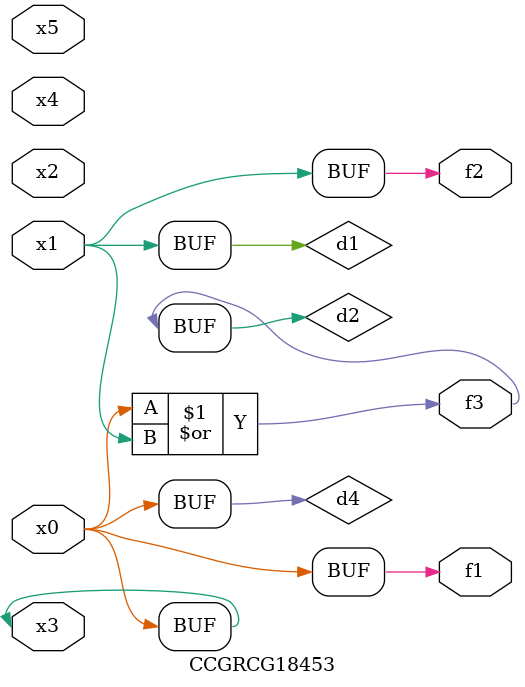
<source format=v>
module CCGRCG18453(
	input x0, x1, x2, x3, x4, x5,
	output f1, f2, f3
);

	wire d1, d2, d3, d4;

	and (d1, x1);
	or (d2, x0, x1);
	nand (d3, x0, x5);
	buf (d4, x0, x3);
	assign f1 = d4;
	assign f2 = d1;
	assign f3 = d2;
endmodule

</source>
